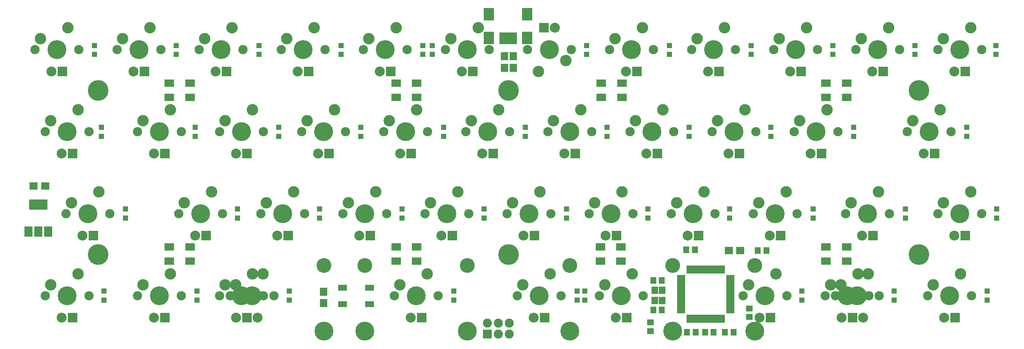
<source format=gbs>
G04 #@! TF.FileFunction,Soldermask,Bot*
%FSLAX46Y46*%
G04 Gerber Fmt 4.6, Leading zero omitted, Abs format (unit mm)*
G04 Created by KiCad (PCBNEW 4.0.7) date 06/01/18 20:48:48*
%MOMM*%
%LPD*%
G01*
G04 APERTURE LIST*
%ADD10C,0.100000*%
%ADD11C,2.650000*%
%ADD12C,4.387800*%
%ADD13C,2.305000*%
%ADD14R,2.305000X2.305000*%
%ADD15C,2.150000*%
%ADD16C,4.800000*%
%ADD17R,1.400000X1.650000*%
%ADD18R,1.650000X1.400000*%
%ADD19R,1.300000X1.200000*%
%ADD20R,2.200000X1.800000*%
%ADD21R,4.200000X2.400000*%
%ADD22R,1.900000X2.400000*%
%ADD23R,1.900000X1.700000*%
%ADD24R,1.700000X1.900000*%
%ADD25R,2.100000X1.400000*%
%ADD26R,1.600000X1.800000*%
%ADD27R,2.100000X2.100000*%
%ADD28O,2.100000X2.100000*%
%ADD29R,0.950000X1.900000*%
%ADD30R,1.900000X0.950000*%
%ADD31C,3.448000*%
%ADD32R,0.900000X2.700000*%
%ADD33R,2.400000X2.900000*%
G04 APERTURE END LIST*
D10*
D11*
X188278000Y-71120000D03*
D12*
X185738000Y-76200000D03*
D11*
X181928000Y-73660000D03*
D13*
X184468000Y-81280000D03*
D14*
X187008000Y-81280000D03*
D15*
X180658000Y-76200000D03*
X190818000Y-76200000D03*
D11*
X85883800Y-90170000D03*
D12*
X83343800Y-95250000D03*
D11*
X79533800Y-92710000D03*
D13*
X84630000Y-100320000D03*
D15*
X78263800Y-95250000D03*
X88423800Y-95250000D03*
D16*
X142890000Y-85730000D03*
X142880000Y-47640000D03*
X238110000Y-85730000D03*
X238120000Y-47620000D03*
X47620000Y-85730000D03*
D17*
X178480000Y-91750000D03*
X176480000Y-91750000D03*
X176500000Y-98590000D03*
X178500000Y-98590000D03*
D18*
X175800000Y-103450000D03*
X175800000Y-101450000D03*
D17*
X193100000Y-103700000D03*
X195100000Y-103700000D03*
X200750000Y-84750000D03*
X202750000Y-84750000D03*
D19*
X46800000Y-37150000D03*
X46800000Y-39250000D03*
X65800000Y-37150000D03*
X65800000Y-39250000D03*
X85000000Y-37150000D03*
X85000000Y-39250000D03*
X104000000Y-37150000D03*
X104000000Y-39250000D03*
X123000000Y-37150000D03*
X123000000Y-39250000D03*
X125200000Y-37150000D03*
X125200000Y-39250000D03*
X161000000Y-37150000D03*
X161000000Y-39250000D03*
X180200000Y-37150000D03*
X180200000Y-39250000D03*
X199200000Y-37150000D03*
X199200000Y-39250000D03*
X218200000Y-37150000D03*
X218200000Y-39250000D03*
X237200000Y-37150000D03*
X237200000Y-39250000D03*
X256000000Y-37150000D03*
X256000000Y-39250000D03*
X48400000Y-56150000D03*
X48400000Y-58250000D03*
X70200000Y-56150000D03*
X70200000Y-58250000D03*
X89600000Y-56150000D03*
X89600000Y-58250000D03*
X108600000Y-56150000D03*
X108600000Y-58250000D03*
X127800000Y-56150000D03*
X127800000Y-58250000D03*
X146800000Y-56150000D03*
X146800000Y-58250000D03*
X165800000Y-56150000D03*
X165800000Y-58250000D03*
X184800000Y-56150000D03*
X184800000Y-58250000D03*
X203800000Y-56150000D03*
X203800000Y-58250000D03*
X223000000Y-56150000D03*
X223000000Y-58250000D03*
X249200000Y-56150000D03*
X249200000Y-58250000D03*
X54000000Y-75150000D03*
X54000000Y-77250000D03*
X80000000Y-75150000D03*
X80000000Y-77250000D03*
X99000000Y-75150000D03*
X99000000Y-77250000D03*
X118200000Y-75150000D03*
X118200000Y-77250000D03*
X137200000Y-75150000D03*
X137200000Y-77250000D03*
X156400000Y-75150000D03*
X156400000Y-77250000D03*
X175200000Y-75150000D03*
X175200000Y-77250000D03*
X194200000Y-75150000D03*
X194200000Y-77250000D03*
X213600000Y-75150000D03*
X213600000Y-77250000D03*
X235000000Y-75150000D03*
X235000000Y-77250000D03*
X256200000Y-75150000D03*
X256200000Y-77250000D03*
X49000000Y-94150000D03*
X49000000Y-96250000D03*
X70600000Y-94150000D03*
X70600000Y-96250000D03*
X92000000Y-94150000D03*
X92000000Y-96250000D03*
X130200000Y-94150000D03*
X130200000Y-96250000D03*
X158800000Y-94150000D03*
X158800000Y-96250000D03*
X160600000Y-94150000D03*
X160600000Y-96250000D03*
X211000000Y-94150000D03*
X211000000Y-96250000D03*
X232400000Y-94150000D03*
X232400000Y-96250000D03*
X254000000Y-94150000D03*
X254000000Y-96250000D03*
D20*
X116800000Y-87250000D03*
X116800000Y-83950000D03*
X121600000Y-83950000D03*
X121600000Y-87250000D03*
X164200000Y-87250000D03*
X164200000Y-83950000D03*
X169000000Y-83950000D03*
X169000000Y-87250000D03*
X216600000Y-87250000D03*
X216600000Y-83950000D03*
X221400000Y-83950000D03*
X221400000Y-87250000D03*
X216600000Y-49250000D03*
X216600000Y-45950000D03*
X221400000Y-45950000D03*
X221400000Y-49250000D03*
X164400000Y-49250000D03*
X164400000Y-45950000D03*
X169200000Y-45950000D03*
X169200000Y-49250000D03*
X116800000Y-49250000D03*
X116800000Y-45950000D03*
X121600000Y-45950000D03*
X121600000Y-49250000D03*
X64200000Y-49250000D03*
X64200000Y-45950000D03*
X69000000Y-45950000D03*
X69000000Y-49250000D03*
X64200000Y-87250000D03*
X64200000Y-83950000D03*
X69000000Y-83950000D03*
X69000000Y-87250000D03*
D21*
X33782000Y-74066000D03*
D22*
X33782000Y-80366000D03*
X31482000Y-80366000D03*
X36082000Y-80366000D03*
D23*
X35350000Y-69800000D03*
X32650000Y-69800000D03*
D24*
X144000000Y-39650000D03*
X144000000Y-42350000D03*
X142000000Y-39650000D03*
X142000000Y-42350000D03*
X100000000Y-94300000D03*
X100000000Y-97000000D03*
D23*
X196700000Y-84750000D03*
X194000000Y-84750000D03*
D25*
X110650000Y-93400000D03*
X104350000Y-93400000D03*
X110650000Y-97200000D03*
X104350000Y-97200000D03*
D26*
X178550000Y-96395000D03*
X178550000Y-93995000D03*
X176850000Y-96395000D03*
X176850000Y-93995000D03*
D17*
X190500000Y-103700000D03*
X188500000Y-103700000D03*
D27*
X137960000Y-104170000D03*
D28*
X137960000Y-101630000D03*
X140500000Y-104170000D03*
X140500000Y-101630000D03*
X143040000Y-104170000D03*
X143040000Y-101630000D03*
D18*
X198800000Y-98200000D03*
X198800000Y-100200000D03*
D17*
X184300000Y-103700000D03*
X186300000Y-103700000D03*
X186125000Y-84575000D03*
X184125000Y-84575000D03*
D29*
X192650000Y-100575000D03*
X191850000Y-100575000D03*
X191050000Y-100575000D03*
X190250000Y-100575000D03*
X189450000Y-100575000D03*
X188650000Y-100575000D03*
X187850000Y-100575000D03*
X187050000Y-100575000D03*
X186250000Y-100575000D03*
X185450000Y-100575000D03*
X184650000Y-100575000D03*
D30*
X182950000Y-98875000D03*
X182950000Y-98075000D03*
X182950000Y-97275000D03*
X182950000Y-96475000D03*
X182950000Y-95675000D03*
X182950000Y-94875000D03*
X182950000Y-94075000D03*
X182950000Y-93275000D03*
X182950000Y-92475000D03*
X182950000Y-91675000D03*
X182950000Y-90875000D03*
D29*
X184650000Y-89175000D03*
X185450000Y-89175000D03*
X186250000Y-89175000D03*
X187050000Y-89175000D03*
X187850000Y-89175000D03*
X188650000Y-89175000D03*
X189450000Y-89175000D03*
X190250000Y-89175000D03*
X191050000Y-89175000D03*
X191850000Y-89175000D03*
X192650000Y-89175000D03*
D30*
X194350000Y-90875000D03*
X194350000Y-91675000D03*
X194350000Y-92475000D03*
X194350000Y-93275000D03*
X194350000Y-94075000D03*
X194350000Y-94875000D03*
X194350000Y-95675000D03*
X194350000Y-96475000D03*
X194350000Y-97275000D03*
X194350000Y-98075000D03*
X194350000Y-98875000D03*
D11*
X40640000Y-33020000D03*
D12*
X38100000Y-38100000D03*
D11*
X34290000Y-35560000D03*
D13*
X36830000Y-43180000D03*
D14*
X39370000Y-43180000D03*
D15*
X33020000Y-38100000D03*
X43180000Y-38100000D03*
D11*
X59690000Y-33020000D03*
D12*
X57150000Y-38100000D03*
D11*
X53340000Y-35560000D03*
D13*
X55880000Y-43180000D03*
D14*
X58420000Y-43180000D03*
D15*
X52070000Y-38100000D03*
X62230000Y-38100000D03*
D11*
X78740000Y-33020000D03*
D12*
X76200000Y-38100000D03*
D11*
X72390000Y-35560000D03*
D13*
X74930000Y-43180000D03*
D14*
X77470000Y-43180000D03*
D15*
X71120000Y-38100000D03*
X81280000Y-38100000D03*
D11*
X97790000Y-33020000D03*
D12*
X95250000Y-38100000D03*
D11*
X91440000Y-35560000D03*
D13*
X93980000Y-43180000D03*
D14*
X96520000Y-43180000D03*
D15*
X90170000Y-38100000D03*
X100330000Y-38100000D03*
D11*
X116840000Y-33020000D03*
D12*
X114300000Y-38100000D03*
D11*
X110490000Y-35560000D03*
D13*
X113030000Y-43180000D03*
D14*
X115570000Y-43180000D03*
D15*
X109220000Y-38100000D03*
X119380000Y-38100000D03*
D11*
X135890000Y-33020000D03*
D12*
X133350000Y-38100000D03*
D11*
X129540000Y-35560000D03*
D13*
X132080000Y-43180000D03*
D14*
X134620000Y-43180000D03*
D15*
X128270000Y-38100000D03*
X138430000Y-38100000D03*
D11*
X149860000Y-43180000D03*
D12*
X152400000Y-38100000D03*
D11*
X156210000Y-40640000D03*
D13*
X153670000Y-33020000D03*
D14*
X151130000Y-33020000D03*
D15*
X157480000Y-38100000D03*
X147320000Y-38100000D03*
D11*
X173990000Y-33020000D03*
D12*
X171450000Y-38100000D03*
D11*
X167640000Y-35560000D03*
D13*
X170180000Y-43180000D03*
D14*
X172720000Y-43180000D03*
D15*
X166370000Y-38100000D03*
X176530000Y-38100000D03*
D11*
X193040000Y-33020000D03*
D12*
X190500000Y-38100000D03*
D11*
X186690000Y-35560000D03*
D13*
X189230000Y-43180000D03*
D14*
X191770000Y-43180000D03*
D15*
X185420000Y-38100000D03*
X195580000Y-38100000D03*
D11*
X212090000Y-33020000D03*
D12*
X209550000Y-38100000D03*
D11*
X205740000Y-35560000D03*
D13*
X208280000Y-43180000D03*
D14*
X210820000Y-43180000D03*
D15*
X204470000Y-38100000D03*
X214630000Y-38100000D03*
D11*
X231140000Y-33020000D03*
D12*
X228600000Y-38100000D03*
D11*
X224790000Y-35560000D03*
D13*
X227330000Y-43180000D03*
D14*
X229870000Y-43180000D03*
D15*
X223520000Y-38100000D03*
X233680000Y-38100000D03*
D11*
X250190000Y-33020000D03*
D12*
X247650000Y-38100000D03*
D11*
X243840000Y-35560000D03*
D13*
X246380000Y-43180000D03*
D14*
X248920000Y-43180000D03*
D15*
X242570000Y-38100000D03*
X252730000Y-38100000D03*
D11*
X43021200Y-52070000D03*
D12*
X40481200Y-57150000D03*
D11*
X36671200Y-54610000D03*
D13*
X39211200Y-62230000D03*
D14*
X41751200Y-62230000D03*
D15*
X35401200Y-57150000D03*
X45561200Y-57150000D03*
D11*
X64452500Y-52070000D03*
D12*
X61912500Y-57150000D03*
D11*
X58102500Y-54610000D03*
D13*
X60642500Y-62230000D03*
D14*
X63182500Y-62230000D03*
D15*
X56832500Y-57150000D03*
X66992500Y-57150000D03*
D11*
X83502500Y-52070000D03*
D12*
X80962500Y-57150000D03*
D11*
X77152500Y-54610000D03*
D13*
X79692500Y-62230000D03*
D14*
X82232500Y-62230000D03*
D15*
X75882500Y-57150000D03*
X86042500Y-57150000D03*
D11*
X102552000Y-52070000D03*
D12*
X100012000Y-57150000D03*
D11*
X96202000Y-54610000D03*
D13*
X98742000Y-62230000D03*
D14*
X101282000Y-62230000D03*
D15*
X94932000Y-57150000D03*
X105092000Y-57150000D03*
D11*
X121602000Y-52070000D03*
D12*
X119062000Y-57150000D03*
D11*
X115252000Y-54610000D03*
D13*
X117792000Y-62230000D03*
D14*
X120332000Y-62230000D03*
D15*
X113982000Y-57150000D03*
X124142000Y-57150000D03*
D11*
X140652000Y-52070000D03*
D12*
X138112000Y-57150000D03*
D11*
X134302000Y-54610000D03*
D13*
X136842000Y-62230000D03*
D14*
X139382000Y-62230000D03*
D15*
X133032000Y-57150000D03*
X143192000Y-57150000D03*
D11*
X159702000Y-52070000D03*
D12*
X157162000Y-57150000D03*
D11*
X153352000Y-54610000D03*
D13*
X155892000Y-62230000D03*
D14*
X158432000Y-62230000D03*
D15*
X152082000Y-57150000D03*
X162242000Y-57150000D03*
D11*
X178752000Y-52070000D03*
D12*
X176212000Y-57150000D03*
D11*
X172402000Y-54610000D03*
D13*
X174942000Y-62230000D03*
D14*
X177482000Y-62230000D03*
D15*
X171132000Y-57150000D03*
X181292000Y-57150000D03*
D11*
X197802000Y-52070000D03*
D12*
X195262000Y-57150000D03*
D11*
X191452000Y-54610000D03*
D13*
X193992000Y-62230000D03*
D14*
X196532000Y-62230000D03*
D15*
X190182000Y-57150000D03*
X200342000Y-57150000D03*
D11*
X216852000Y-52070000D03*
D12*
X214312000Y-57150000D03*
D11*
X210502000Y-54610000D03*
D13*
X213042000Y-62230000D03*
D14*
X215582000Y-62230000D03*
D15*
X209232000Y-57150000D03*
X219392000Y-57150000D03*
D11*
X243046000Y-52070000D03*
D12*
X240506000Y-57150000D03*
D11*
X236696000Y-54610000D03*
D13*
X239236000Y-62230000D03*
D14*
X241776000Y-62230000D03*
D15*
X235426000Y-57150000D03*
X245586000Y-57150000D03*
D11*
X47783800Y-71120000D03*
D12*
X45243800Y-76200000D03*
D11*
X41433800Y-73660000D03*
D13*
X43973800Y-81280000D03*
D14*
X46513800Y-81280000D03*
D15*
X40163800Y-76200000D03*
X50323800Y-76200000D03*
D11*
X73977500Y-71120000D03*
D12*
X71437500Y-76200000D03*
D11*
X67627500Y-73660000D03*
D13*
X70167500Y-81280000D03*
D14*
X72707500Y-81280000D03*
D15*
X66357500Y-76200000D03*
X76517500Y-76200000D03*
D11*
X93027500Y-71120000D03*
D12*
X90487500Y-76200000D03*
D11*
X86677500Y-73660000D03*
D13*
X89217500Y-81280000D03*
D14*
X91757500Y-81280000D03*
D15*
X85407500Y-76200000D03*
X95567500Y-76200000D03*
D11*
X112078000Y-71120000D03*
D12*
X109538000Y-76200000D03*
D11*
X105728000Y-73660000D03*
D13*
X108268000Y-81280000D03*
D14*
X110808000Y-81280000D03*
D15*
X104458000Y-76200000D03*
X114618000Y-76200000D03*
D11*
X131128000Y-71120000D03*
D12*
X128588000Y-76200000D03*
D11*
X124778000Y-73660000D03*
D13*
X127318000Y-81280000D03*
D14*
X129858000Y-81280000D03*
D15*
X123508000Y-76200000D03*
X133668000Y-76200000D03*
D11*
X150178000Y-71120000D03*
D12*
X147638000Y-76200000D03*
D11*
X143828000Y-73660000D03*
D13*
X146368000Y-81280000D03*
D14*
X148908000Y-81280000D03*
D15*
X142558000Y-76200000D03*
X152718000Y-76200000D03*
D11*
X169228000Y-71120000D03*
D12*
X166688000Y-76200000D03*
D11*
X162878000Y-73660000D03*
D13*
X165418000Y-81280000D03*
D14*
X167958000Y-81280000D03*
D15*
X161608000Y-76200000D03*
X171768000Y-76200000D03*
D11*
X207328000Y-71120000D03*
D12*
X204788000Y-76200000D03*
D11*
X200978000Y-73660000D03*
D13*
X203518000Y-81280000D03*
D14*
X206058000Y-81280000D03*
D15*
X199708000Y-76200000D03*
X209868000Y-76200000D03*
D11*
X228759000Y-71120000D03*
D12*
X226219000Y-76200000D03*
D11*
X222409000Y-73660000D03*
D13*
X224949000Y-81280000D03*
D14*
X227489000Y-81280000D03*
D15*
X221139000Y-76200000D03*
X231299000Y-76200000D03*
D11*
X250190000Y-71120000D03*
D12*
X247650000Y-76200000D03*
D11*
X243840000Y-73660000D03*
D13*
X246380000Y-81280000D03*
D14*
X248920000Y-81280000D03*
D15*
X242570000Y-76200000D03*
X252730000Y-76200000D03*
D11*
X43021200Y-90170000D03*
D12*
X40481200Y-95250000D03*
D11*
X36671200Y-92710000D03*
D13*
X39211200Y-100330000D03*
D14*
X41751200Y-100330000D03*
D15*
X35401200Y-95250000D03*
X45561200Y-95250000D03*
D11*
X64452500Y-90170000D03*
D12*
X61912500Y-95250000D03*
D11*
X58102500Y-92710000D03*
D13*
X60642500Y-100330000D03*
D14*
X63182500Y-100330000D03*
D15*
X56832500Y-95250000D03*
X66992500Y-95250000D03*
D11*
X83502500Y-90170000D03*
D12*
X80962500Y-95250000D03*
D11*
X77152500Y-92710000D03*
D13*
X79692500Y-100330000D03*
D14*
X82232500Y-100330000D03*
D15*
X75882500Y-95250000D03*
X86042500Y-95250000D03*
D11*
X123984000Y-90170000D03*
D12*
X121444000Y-95250000D03*
D11*
X117634000Y-92710000D03*
D13*
X120174000Y-100330000D03*
D14*
X122714000Y-100330000D03*
D15*
X116364000Y-95250000D03*
X126524000Y-95250000D03*
D31*
X109537750Y-88265000D03*
X133350250Y-88265000D03*
D12*
X109537750Y-103505000D03*
X133350250Y-103505000D03*
D11*
X152559000Y-90170000D03*
D12*
X150019000Y-95250000D03*
D11*
X146209000Y-92710000D03*
D13*
X148749000Y-100330000D03*
D14*
X151289000Y-100330000D03*
D15*
X144939000Y-95250000D03*
X155099000Y-95250000D03*
D31*
X100019100Y-88265000D03*
X200018900Y-88265000D03*
D12*
X100019100Y-103505000D03*
X200018900Y-103505000D03*
D11*
X171609000Y-90170000D03*
D12*
X169069000Y-95250000D03*
D11*
X165259000Y-92710000D03*
D13*
X167799000Y-100330000D03*
D14*
X170339000Y-100330000D03*
D15*
X163989000Y-95250000D03*
X174149000Y-95250000D03*
D31*
X157162750Y-88265000D03*
X180975250Y-88265000D03*
D12*
X157162750Y-103505000D03*
X180975250Y-103505000D03*
D11*
X204946000Y-90170000D03*
D12*
X202406000Y-95250000D03*
D11*
X198596000Y-92710000D03*
D13*
X201136000Y-100330000D03*
D14*
X203676000Y-100330000D03*
D15*
X197326000Y-95250000D03*
X207486000Y-95250000D03*
D11*
X226378000Y-90170000D03*
D12*
X223838000Y-95250000D03*
D11*
X220028000Y-92710000D03*
D13*
X225180000Y-100380000D03*
D15*
X218758000Y-95250000D03*
X228918000Y-95250000D03*
D11*
X223996000Y-90170000D03*
D12*
X221456000Y-95250000D03*
D11*
X217646000Y-92710000D03*
D13*
X220186000Y-100330000D03*
D14*
X222726000Y-100330000D03*
D15*
X216376000Y-95250000D03*
X226536000Y-95250000D03*
D11*
X247809000Y-90170000D03*
D12*
X245269000Y-95250000D03*
D11*
X241459000Y-92710000D03*
D13*
X243999000Y-100330000D03*
D14*
X246539000Y-100330000D03*
D15*
X240189000Y-95250000D03*
X250349000Y-95250000D03*
D16*
X47625000Y-47625000D03*
D32*
X141190000Y-35530000D03*
X141990000Y-35530000D03*
X142790000Y-35530000D03*
X143590000Y-35530000D03*
X144390000Y-35530000D03*
D33*
X147240000Y-29930000D03*
X147240000Y-35430000D03*
X138340000Y-29930000D03*
X138340000Y-35430000D03*
M02*

</source>
